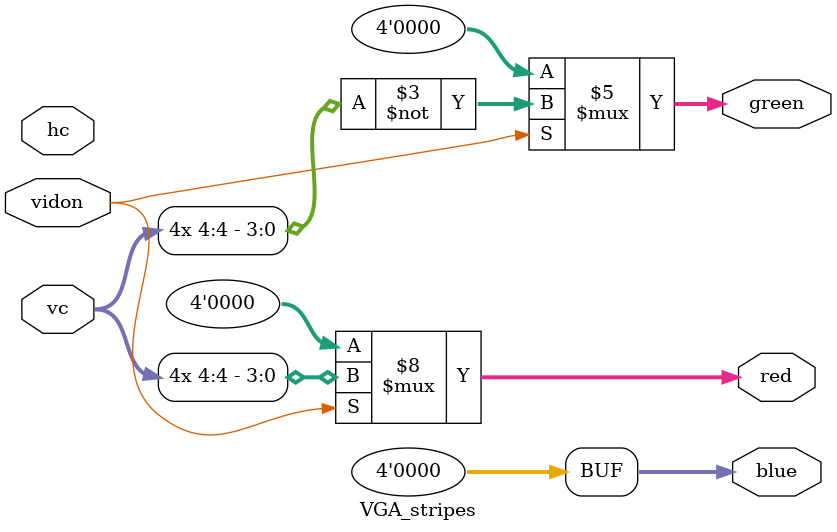
<source format=v>
module VGA_stripes(input wire vidon,
                   input wire [10:0] hc,
                   vc,
                   output reg [3:0] red,
                   green,
                   output reg [3:0] blue);
    
    // 输出16行宽的红绿条wen
    
    always @(*) begin
        red   = 0;
        green = 0;
        blue  = 0;
        
        if (vidon == 1) begin
        red   = {vc[4],vc[4],vc[4],vc[4]};
        green = ~{vc[4],vc[4],vc[4],vc[4]};
        end
    end
    
endmodule // VGA_stripes

</source>
